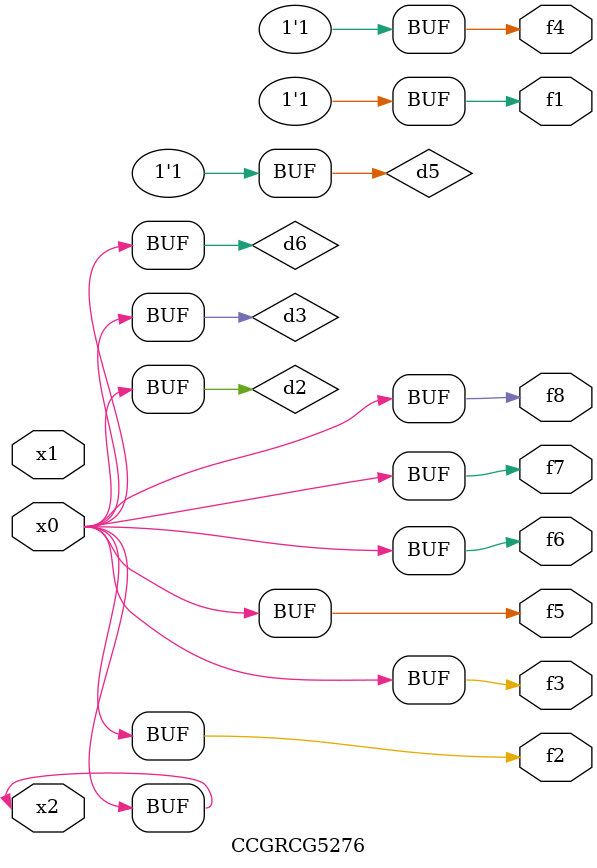
<source format=v>
module CCGRCG5276(
	input x0, x1, x2,
	output f1, f2, f3, f4, f5, f6, f7, f8
);

	wire d1, d2, d3, d4, d5, d6;

	xnor (d1, x2);
	buf (d2, x0, x2);
	and (d3, x0);
	xnor (d4, x1, x2);
	nand (d5, d1, d3);
	buf (d6, d2, d3);
	assign f1 = d5;
	assign f2 = d6;
	assign f3 = d6;
	assign f4 = d5;
	assign f5 = d6;
	assign f6 = d6;
	assign f7 = d6;
	assign f8 = d6;
endmodule

</source>
